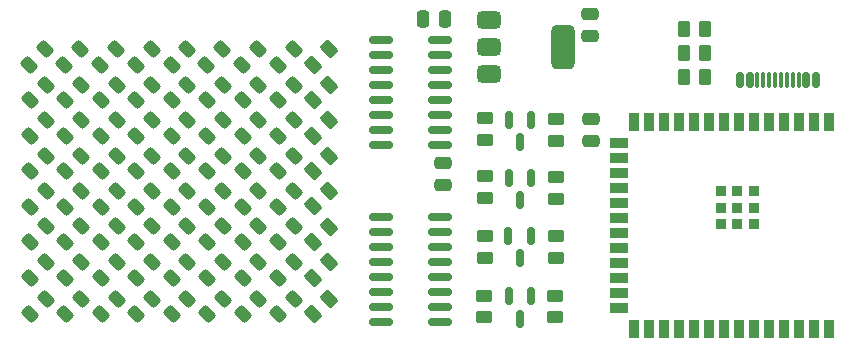
<source format=gbr>
%TF.GenerationSoftware,KiCad,Pcbnew,7.0.11-7.0.11~ubuntu22.04.1*%
%TF.CreationDate,2024-08-16T07:19:45+02:00*%
%TF.ProjectId,Fri3dGadget,46726933-6447-4616-9467-65742e6b6963,rev?*%
%TF.SameCoordinates,Original*%
%TF.FileFunction,Paste,Top*%
%TF.FilePolarity,Positive*%
%FSLAX46Y46*%
G04 Gerber Fmt 4.6, Leading zero omitted, Abs format (unit mm)*
G04 Created by KiCad (PCBNEW 7.0.11-7.0.11~ubuntu22.04.1) date 2024-08-16 07:19:45*
%MOMM*%
%LPD*%
G01*
G04 APERTURE LIST*
G04 Aperture macros list*
%AMRoundRect*
0 Rectangle with rounded corners*
0 $1 Rounding radius*
0 $2 $3 $4 $5 $6 $7 $8 $9 X,Y pos of 4 corners*
0 Add a 4 corners polygon primitive as box body*
4,1,4,$2,$3,$4,$5,$6,$7,$8,$9,$2,$3,0*
0 Add four circle primitives for the rounded corners*
1,1,$1+$1,$2,$3*
1,1,$1+$1,$4,$5*
1,1,$1+$1,$6,$7*
1,1,$1+$1,$8,$9*
0 Add four rect primitives between the rounded corners*
20,1,$1+$1,$2,$3,$4,$5,0*
20,1,$1+$1,$4,$5,$6,$7,0*
20,1,$1+$1,$6,$7,$8,$9,0*
20,1,$1+$1,$8,$9,$2,$3,0*%
G04 Aperture macros list end*
%ADD10RoundRect,0.250000X0.262500X0.450000X-0.262500X0.450000X-0.262500X-0.450000X0.262500X-0.450000X0*%
%ADD11RoundRect,0.250000X0.450000X-0.262500X0.450000X0.262500X-0.450000X0.262500X-0.450000X-0.262500X0*%
%ADD12RoundRect,0.243750X0.150260X-0.494975X0.494975X-0.150260X-0.150260X0.494975X-0.494975X0.150260X0*%
%ADD13RoundRect,0.250000X0.132583X-0.503814X0.503814X-0.132583X-0.132583X0.503814X-0.503814X0.132583X0*%
%ADD14RoundRect,0.250000X-0.475000X0.250000X-0.475000X-0.250000X0.475000X-0.250000X0.475000X0.250000X0*%
%ADD15RoundRect,0.375000X-0.625000X-0.375000X0.625000X-0.375000X0.625000X0.375000X-0.625000X0.375000X0*%
%ADD16RoundRect,0.500000X-0.500000X-1.400000X0.500000X-1.400000X0.500000X1.400000X-0.500000X1.400000X0*%
%ADD17RoundRect,0.250000X-0.450000X0.262500X-0.450000X-0.262500X0.450000X-0.262500X0.450000X0.262500X0*%
%ADD18R,0.900000X0.900000*%
%ADD19R,0.900000X1.500000*%
%ADD20R,1.500000X0.900000*%
%ADD21RoundRect,0.150000X-0.150000X0.587500X-0.150000X-0.587500X0.150000X-0.587500X0.150000X0.587500X0*%
%ADD22RoundRect,0.250000X0.250000X0.475000X-0.250000X0.475000X-0.250000X-0.475000X0.250000X-0.475000X0*%
%ADD23RoundRect,0.150000X-0.825000X-0.150000X0.825000X-0.150000X0.825000X0.150000X-0.825000X0.150000X0*%
%ADD24RoundRect,0.150000X0.150000X0.500000X-0.150000X0.500000X-0.150000X-0.500000X0.150000X-0.500000X0*%
%ADD25RoundRect,0.075000X0.075000X0.575000X-0.075000X0.575000X-0.075000X-0.575000X0.075000X-0.575000X0*%
%ADD26RoundRect,0.250000X0.475000X-0.250000X0.475000X0.250000X-0.475000X0.250000X-0.475000X-0.250000X0*%
G04 APERTURE END LIST*
D10*
%TO.C,R3*%
X124762500Y-46000000D03*
X122937500Y-46000000D03*
%TD*%
D11*
%TO.C,R11*%
X112100000Y-65325000D03*
X112100000Y-63500000D03*
%TD*%
D12*
%TO.C,D51*%
X79600000Y-67017678D03*
X80925826Y-65691852D03*
%TD*%
D10*
%TO.C,R2*%
X124762500Y-48000000D03*
X122937500Y-48000000D03*
%TD*%
D13*
%TO.C,R8*%
X91600000Y-60982322D03*
X92890470Y-59691852D03*
%TD*%
D12*
%TO.C,D9*%
X67600000Y-52000000D03*
X68925826Y-50674174D03*
%TD*%
%TO.C,D41*%
X73600000Y-61000000D03*
X74925826Y-59674174D03*
%TD*%
D13*
%TO.C,R15*%
X91600000Y-63982322D03*
X92890470Y-62691852D03*
%TD*%
D12*
%TO.C,D36*%
X67600000Y-70125826D03*
X68925826Y-68800000D03*
%TD*%
D13*
%TO.C,R6*%
X91600000Y-54982322D03*
X92890470Y-53691852D03*
%TD*%
D11*
%TO.C,R17*%
X112100000Y-55412500D03*
X112100000Y-53587500D03*
%TD*%
D12*
%TO.C,D25*%
X79600000Y-55000000D03*
X80925826Y-53674174D03*
%TD*%
D14*
%TO.C,C2*%
X102550000Y-57275000D03*
X102550000Y-59175000D03*
%TD*%
D12*
%TO.C,D43*%
X73600000Y-67017678D03*
X74925826Y-65691852D03*
%TD*%
D15*
%TO.C,U4*%
X106450000Y-45200000D03*
X106450000Y-47500000D03*
D16*
X112750000Y-47500000D03*
D15*
X106450000Y-49800000D03*
%TD*%
D12*
%TO.C,D15*%
X85600000Y-52000000D03*
X86925826Y-50674174D03*
%TD*%
D13*
%TO.C,R5*%
X91600000Y-51982322D03*
X92890470Y-50691852D03*
%TD*%
D12*
%TO.C,D63*%
X88600000Y-67017678D03*
X89925826Y-65691852D03*
%TD*%
%TO.C,D10*%
X70600000Y-52000000D03*
X71925826Y-50674174D03*
%TD*%
%TO.C,D61*%
X88600000Y-61000000D03*
X89925826Y-59674174D03*
%TD*%
%TO.C,D8*%
X88600000Y-49000000D03*
X89925826Y-47674174D03*
%TD*%
%TO.C,D38*%
X70600000Y-64000000D03*
X71925826Y-62674174D03*
%TD*%
%TO.C,D58*%
X85600000Y-64000000D03*
X86925826Y-62674174D03*
%TD*%
%TO.C,D28*%
X82600000Y-58000000D03*
X83925826Y-56674174D03*
%TD*%
%TO.C,D7*%
X85560000Y-49000000D03*
X86885826Y-47674174D03*
%TD*%
%TO.C,D34*%
X67600000Y-64000000D03*
X68925826Y-62674174D03*
%TD*%
%TO.C,D27*%
X82600000Y-55000000D03*
X83925826Y-53674174D03*
%TD*%
%TO.C,D62*%
X88600000Y-64000000D03*
X89925826Y-62674174D03*
%TD*%
%TO.C,D40*%
X70600000Y-70125826D03*
X71925826Y-68800000D03*
%TD*%
%TO.C,D50*%
X79600000Y-64000000D03*
X80925826Y-62674174D03*
%TD*%
%TO.C,D48*%
X76600000Y-70125826D03*
X77925826Y-68800000D03*
%TD*%
%TO.C,D13*%
X79600000Y-52000000D03*
X80925826Y-50674174D03*
%TD*%
%TO.C,D33*%
X67600000Y-61000000D03*
X68925826Y-59674174D03*
%TD*%
D10*
%TO.C,R1*%
X124762500Y-50000000D03*
X122937500Y-50000000D03*
%TD*%
D17*
%TO.C,R14*%
X106075000Y-68537500D03*
X106075000Y-70362500D03*
%TD*%
D12*
%TO.C,D32*%
X88600000Y-58000000D03*
X89925826Y-56674174D03*
%TD*%
%TO.C,D19*%
X70600000Y-55000000D03*
X71925826Y-53674174D03*
%TD*%
%TO.C,D45*%
X76600000Y-61000000D03*
X77925826Y-59674174D03*
%TD*%
%TO.C,D17*%
X67600000Y-55000000D03*
X68925826Y-53674174D03*
%TD*%
D14*
%TO.C,C4*%
X115125000Y-53550000D03*
X115125000Y-55450000D03*
%TD*%
D12*
%TO.C,D60*%
X85600000Y-70125826D03*
X86925826Y-68800000D03*
%TD*%
D11*
%TO.C,R13*%
X112075000Y-70362500D03*
X112075000Y-68537500D03*
%TD*%
D12*
%TO.C,D14*%
X82600000Y-52000000D03*
X83925826Y-50674174D03*
%TD*%
%TO.C,D22*%
X73600000Y-58000000D03*
X74925826Y-56674174D03*
%TD*%
D17*
%TO.C,R12*%
X106100000Y-63500000D03*
X106100000Y-65325000D03*
%TD*%
D12*
%TO.C,D5*%
X79600000Y-49000000D03*
X80925826Y-47674174D03*
%TD*%
%TO.C,D37*%
X70600000Y-61000000D03*
X71925826Y-59674174D03*
%TD*%
%TO.C,D44*%
X73600000Y-70125826D03*
X74925826Y-68800000D03*
%TD*%
D18*
%TO.C,U1*%
X128900000Y-59700000D03*
X127500000Y-59700000D03*
X126100000Y-59700000D03*
X128900000Y-61100000D03*
X127500000Y-61100000D03*
X126100000Y-61100000D03*
X128900000Y-62500000D03*
X127500000Y-62500000D03*
X126100000Y-62500000D03*
D19*
X135220000Y-53850000D03*
X133950000Y-53850000D03*
X132680000Y-53850000D03*
X131410000Y-53850000D03*
X130140000Y-53850000D03*
X128870000Y-53850000D03*
X127600000Y-53850000D03*
X126330000Y-53850000D03*
X125060000Y-53850000D03*
X123790000Y-53850000D03*
X122520000Y-53850000D03*
X121250000Y-53850000D03*
X119980000Y-53850000D03*
X118710000Y-53850000D03*
D20*
X117460000Y-55615000D03*
X117460000Y-56885000D03*
X117460000Y-58155000D03*
X117460000Y-59425000D03*
X117460000Y-60695000D03*
X117460000Y-61965000D03*
X117460000Y-63235000D03*
X117460000Y-64505000D03*
X117460000Y-65775000D03*
X117460000Y-67045000D03*
X117460000Y-68315000D03*
X117460000Y-69585000D03*
D19*
X118710000Y-71350000D03*
X119980000Y-71350000D03*
X121250000Y-71350000D03*
X122520000Y-71350000D03*
X123790000Y-71350000D03*
X125060000Y-71350000D03*
X126330000Y-71350000D03*
X127600000Y-71350000D03*
X128870000Y-71350000D03*
X130140000Y-71350000D03*
X131410000Y-71350000D03*
X132680000Y-71350000D03*
X133950000Y-71350000D03*
X135220000Y-71350000D03*
%TD*%
D12*
%TO.C,D11*%
X73600000Y-52000000D03*
X74925826Y-50674174D03*
%TD*%
D21*
%TO.C,Q1*%
X110050000Y-58537500D03*
X108150000Y-58537500D03*
X109100000Y-60412500D03*
%TD*%
%TO.C,Q5*%
X110050000Y-53625000D03*
X108150000Y-53625000D03*
X109100000Y-55500000D03*
%TD*%
D12*
%TO.C,D55*%
X82600000Y-67017678D03*
X83925826Y-65691852D03*
%TD*%
D17*
%TO.C,R10*%
X106100000Y-58412500D03*
X106100000Y-60237500D03*
%TD*%
D22*
%TO.C,C3*%
X102775000Y-45125000D03*
X100875000Y-45125000D03*
%TD*%
D12*
%TO.C,D29*%
X85600000Y-55000000D03*
X86925826Y-53674174D03*
%TD*%
%TO.C,D39*%
X70600000Y-67017678D03*
X71925826Y-65691852D03*
%TD*%
%TO.C,D47*%
X76600000Y-67017678D03*
X77925826Y-65691852D03*
%TD*%
%TO.C,D46*%
X76600000Y-64000000D03*
X77925826Y-62674174D03*
%TD*%
%TO.C,D35*%
X67600000Y-67017678D03*
X68925826Y-65691852D03*
%TD*%
D21*
%TO.C,Q3*%
X110025000Y-68600000D03*
X108125000Y-68600000D03*
X109075000Y-70475000D03*
%TD*%
D12*
%TO.C,D6*%
X82520000Y-49000000D03*
X83845826Y-47674174D03*
%TD*%
D11*
%TO.C,R9*%
X112100000Y-60325000D03*
X112100000Y-58500000D03*
%TD*%
D23*
%TO.C,U3*%
X97350000Y-46875000D03*
X97350000Y-48145000D03*
X97350000Y-49415000D03*
X97350000Y-50685000D03*
X97350000Y-51955000D03*
X97350000Y-53225000D03*
X97350000Y-54495000D03*
X97350000Y-55765000D03*
X102300000Y-55765000D03*
X102300000Y-54495000D03*
X102300000Y-53225000D03*
X102300000Y-51955000D03*
X102300000Y-50685000D03*
X102300000Y-49415000D03*
X102300000Y-48145000D03*
X102300000Y-46875000D03*
%TD*%
D24*
%TO.C,J1*%
X134120000Y-50320000D03*
X133320000Y-50320000D03*
D25*
X132170000Y-50320000D03*
X131170000Y-50320000D03*
X130670000Y-50320000D03*
X129670000Y-50320000D03*
D24*
X128520000Y-50320000D03*
X127720000Y-50320000D03*
X127720000Y-50320000D03*
X128520000Y-50320000D03*
D25*
X129170000Y-50320000D03*
X130170000Y-50320000D03*
X131670000Y-50320000D03*
X132670000Y-50320000D03*
D24*
X133320000Y-50320000D03*
X134120000Y-50320000D03*
%TD*%
D12*
%TO.C,D26*%
X79600000Y-58000000D03*
X80925826Y-56674174D03*
%TD*%
%TO.C,D1*%
X67520000Y-49000000D03*
X68845826Y-47674174D03*
%TD*%
%TO.C,D23*%
X76600000Y-55000000D03*
X77925826Y-53674174D03*
%TD*%
%TO.C,D24*%
X76600000Y-58000000D03*
X77925826Y-56674174D03*
%TD*%
%TO.C,D64*%
X88600000Y-70125826D03*
X89925826Y-68800000D03*
%TD*%
%TO.C,D16*%
X88600000Y-52000000D03*
X89925826Y-50674174D03*
%TD*%
D13*
%TO.C,R7*%
X91600000Y-57982322D03*
X92890470Y-56691852D03*
%TD*%
D21*
%TO.C,Q2*%
X110000000Y-63500000D03*
X108100000Y-63500000D03*
X109050000Y-65375000D03*
%TD*%
D12*
%TO.C,D59*%
X85600000Y-67017678D03*
X86925826Y-65691852D03*
%TD*%
%TO.C,D54*%
X82600000Y-64000000D03*
X83925826Y-62674174D03*
%TD*%
%TO.C,D12*%
X76600000Y-52000000D03*
X77925826Y-50674174D03*
%TD*%
D26*
%TO.C,C1*%
X115050000Y-46550000D03*
X115050000Y-44650000D03*
%TD*%
D12*
%TO.C,D20*%
X70600000Y-58000000D03*
X71925826Y-56674174D03*
%TD*%
%TO.C,D42*%
X73600000Y-64000000D03*
X74925826Y-62674174D03*
%TD*%
D13*
%TO.C,R19*%
X91600000Y-70108148D03*
X92890470Y-68817678D03*
%TD*%
D23*
%TO.C,U2*%
X97355000Y-61860000D03*
X97355000Y-63130000D03*
X97355000Y-64400000D03*
X97355000Y-65670000D03*
X97355000Y-66940000D03*
X97355000Y-68210000D03*
X97355000Y-69480000D03*
X97355000Y-70750000D03*
X102305000Y-70750000D03*
X102305000Y-69480000D03*
X102305000Y-68210000D03*
X102305000Y-66940000D03*
X102305000Y-65670000D03*
X102305000Y-64400000D03*
X102305000Y-63130000D03*
X102305000Y-61860000D03*
%TD*%
D12*
%TO.C,D3*%
X73520000Y-49000000D03*
X74845826Y-47674174D03*
%TD*%
%TO.C,D31*%
X88600000Y-55000000D03*
X89925826Y-53674174D03*
%TD*%
%TO.C,D53*%
X82600000Y-61000000D03*
X83925826Y-59674174D03*
%TD*%
%TO.C,D2*%
X70480000Y-49000000D03*
X71805826Y-47674174D03*
%TD*%
%TO.C,D30*%
X85600000Y-58000000D03*
X86925826Y-56674174D03*
%TD*%
%TO.C,D56*%
X82600000Y-70125826D03*
X83925826Y-68800000D03*
%TD*%
%TO.C,D18*%
X67600000Y-58000000D03*
X68925826Y-56674174D03*
%TD*%
D13*
%TO.C,R16*%
X91600000Y-67000000D03*
X92890470Y-65709530D03*
%TD*%
D12*
%TO.C,D57*%
X85600000Y-61000000D03*
X86925826Y-59674174D03*
%TD*%
%TO.C,D52*%
X79600000Y-70125826D03*
X80925826Y-68800000D03*
%TD*%
%TO.C,D4*%
X76560000Y-49000000D03*
X77885826Y-47674174D03*
%TD*%
%TO.C,D49*%
X79600000Y-61000000D03*
X80925826Y-59674174D03*
%TD*%
D13*
%TO.C,R4*%
X91600000Y-48982322D03*
X92890470Y-47691852D03*
%TD*%
D12*
%TO.C,D21*%
X73600000Y-55000000D03*
X74925826Y-53674174D03*
%TD*%
D17*
%TO.C,R18*%
X106100000Y-53500000D03*
X106100000Y-55325000D03*
%TD*%
M02*

</source>
